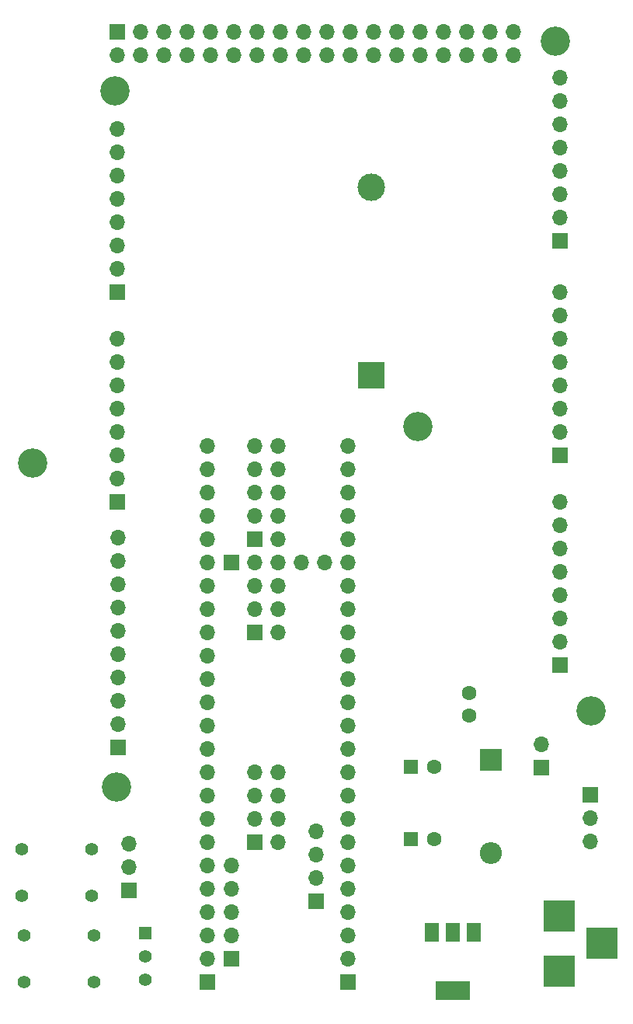
<source format=gbr>
G04 #@! TF.FileFunction,Soldermask,Top*
%FSLAX46Y46*%
G04 Gerber Fmt 4.6, Leading zero omitted, Abs format (unit mm)*
G04 Created by KiCad (PCBNEW 4.0.6) date 03/06/18 14:21:18*
%MOMM*%
%LPD*%
G01*
G04 APERTURE LIST*
%ADD10C,0.100000*%
%ADD11C,3.200000*%
%ADD12R,1.600000X1.600000*%
%ADD13C,1.600000*%
%ADD14R,3.500000X3.500000*%
%ADD15R,2.400000X2.400000*%
%ADD16O,2.400000X2.400000*%
%ADD17R,1.700000X1.700000*%
%ADD18O,1.700000X1.700000*%
%ADD19R,3.800000X2.000000*%
%ADD20R,1.500000X2.000000*%
%ADD21C,1.397000*%
%ADD22R,1.397000X1.397000*%
%ADD23C,3.000000*%
%ADD24R,3.000000X3.000000*%
G04 APERTURE END LIST*
D10*
D11*
X100000000Y-105000000D03*
X160900000Y-132000000D03*
X109200000Y-140300000D03*
X142000000Y-101000000D03*
X157000000Y-59000000D03*
D12*
X141259000Y-145948000D03*
D13*
X143759000Y-145948000D03*
X147569000Y-132486000D03*
X147569000Y-129986000D03*
D12*
X141259000Y-138074000D03*
D13*
X143759000Y-138074000D03*
D14*
X157400000Y-154300000D03*
X157400000Y-160300000D03*
X162100000Y-157300000D03*
D15*
X149961000Y-137344000D03*
D16*
X149961000Y-147504000D03*
D17*
X109220000Y-86360000D03*
D18*
X109220000Y-83820000D03*
X109220000Y-81280000D03*
X109220000Y-78740000D03*
X109220000Y-76200000D03*
X109220000Y-73660000D03*
X109220000Y-71120000D03*
X109220000Y-68580000D03*
D17*
X109220000Y-109220000D03*
D18*
X109220000Y-106680000D03*
X109220000Y-104140000D03*
X109220000Y-101600000D03*
X109220000Y-99060000D03*
X109220000Y-96520000D03*
X109220000Y-93980000D03*
X109220000Y-91440000D03*
D17*
X109301000Y-135926000D03*
D18*
X109301000Y-133386000D03*
X109301000Y-130846000D03*
X109301000Y-128306000D03*
X109301000Y-125766000D03*
X109301000Y-123226000D03*
X109301000Y-120686000D03*
X109301000Y-118146000D03*
X109301000Y-115606000D03*
X109301000Y-113066000D03*
D17*
X110490000Y-151540000D03*
D18*
X110490000Y-149000000D03*
X110490000Y-146460000D03*
D17*
X119100000Y-161480000D03*
D18*
X119100000Y-158940000D03*
X119100000Y-156400000D03*
X119100000Y-153860000D03*
X119100000Y-151320000D03*
X119100000Y-148780000D03*
X119100000Y-146240000D03*
X119100000Y-143700000D03*
X119100000Y-141160000D03*
X119100000Y-138620000D03*
X119100000Y-136080000D03*
X119100000Y-133540000D03*
X119100000Y-131000000D03*
X119100000Y-128460000D03*
X119100000Y-125920000D03*
X119100000Y-123380000D03*
X119100000Y-120840000D03*
X119100000Y-118300000D03*
X119100000Y-115760000D03*
X119100000Y-113220000D03*
X119100000Y-110680000D03*
X119100000Y-108140000D03*
X119100000Y-105600000D03*
X119100000Y-103060000D03*
D17*
X124206000Y-113284000D03*
D18*
X126746000Y-113284000D03*
X124206000Y-110744000D03*
X126746000Y-110744000D03*
X124206000Y-108204000D03*
X126746000Y-108204000D03*
X124206000Y-105664000D03*
X126746000Y-105664000D03*
X124206000Y-103124000D03*
X126746000Y-103124000D03*
D17*
X121700000Y-159004000D03*
D18*
X121700000Y-156464000D03*
X121700000Y-153924000D03*
X121700000Y-151384000D03*
X121700000Y-148844000D03*
D17*
X124206000Y-146304000D03*
D18*
X126746000Y-146304000D03*
X124206000Y-143764000D03*
X126746000Y-143764000D03*
X124206000Y-141224000D03*
X126746000Y-141224000D03*
X124206000Y-138684000D03*
X126746000Y-138684000D03*
D17*
X130937000Y-152718000D03*
D18*
X130937000Y-150178000D03*
X130937000Y-147638000D03*
X130937000Y-145098000D03*
D17*
X109220000Y-57960000D03*
D18*
X109220000Y-60500000D03*
X111760000Y-57960000D03*
X111760000Y-60500000D03*
X114300000Y-57960000D03*
X114300000Y-60500000D03*
X116840000Y-57960000D03*
X116840000Y-60500000D03*
X119380000Y-57960000D03*
X119380000Y-60500000D03*
X121920000Y-57960000D03*
X121920000Y-60500000D03*
X124460000Y-57960000D03*
X124460000Y-60500000D03*
X127000000Y-57960000D03*
X127000000Y-60500000D03*
X129540000Y-57960000D03*
X129540000Y-60500000D03*
X132080000Y-57960000D03*
X132080000Y-60500000D03*
X134620000Y-57960000D03*
X134620000Y-60500000D03*
X137160000Y-57960000D03*
X137160000Y-60500000D03*
X139700000Y-57960000D03*
X139700000Y-60500000D03*
X142240000Y-57960000D03*
X142240000Y-60500000D03*
X144780000Y-57960000D03*
X144780000Y-60500000D03*
X147320000Y-57960000D03*
X147320000Y-60500000D03*
X149860000Y-57960000D03*
X149860000Y-60500000D03*
X152400000Y-57960000D03*
X152400000Y-60500000D03*
D17*
X134366000Y-161544000D03*
D18*
X134366000Y-159004000D03*
X134366000Y-156464000D03*
X134366000Y-153924000D03*
X134366000Y-151384000D03*
X134366000Y-148844000D03*
X134366000Y-146304000D03*
X134366000Y-143764000D03*
X134366000Y-141224000D03*
X134366000Y-138684000D03*
X134366000Y-136144000D03*
X134366000Y-133604000D03*
X134366000Y-131064000D03*
X134366000Y-128524000D03*
X134366000Y-125984000D03*
X134366000Y-123444000D03*
X134366000Y-120904000D03*
X134366000Y-118364000D03*
X134366000Y-115824000D03*
X134366000Y-113284000D03*
X134366000Y-110744000D03*
X134366000Y-108204000D03*
X134366000Y-105664000D03*
X134366000Y-103124000D03*
D17*
X157480000Y-80772000D03*
D18*
X157480000Y-78232000D03*
X157480000Y-75692000D03*
X157480000Y-73152000D03*
X157480000Y-70612000D03*
X157480000Y-68072000D03*
X157480000Y-65532000D03*
X157480000Y-62992000D03*
D17*
X157480000Y-104140000D03*
D18*
X157480000Y-101600000D03*
X157480000Y-99060000D03*
X157480000Y-96520000D03*
X157480000Y-93980000D03*
X157480000Y-91440000D03*
X157480000Y-88900000D03*
X157480000Y-86360000D03*
D17*
X157480000Y-127000000D03*
D18*
X157480000Y-124460000D03*
X157480000Y-121920000D03*
X157480000Y-119380000D03*
X157480000Y-116840000D03*
X157480000Y-114300000D03*
X157480000Y-111760000D03*
X157480000Y-109220000D03*
D17*
X124206000Y-123444000D03*
D18*
X126746000Y-123444000D03*
X124206000Y-120904000D03*
X126746000Y-120904000D03*
X124206000Y-118364000D03*
X126746000Y-118364000D03*
D17*
X121666000Y-115824000D03*
D18*
X124206000Y-115824000D03*
X126746000Y-115824000D03*
X129286000Y-115824000D03*
X131826000Y-115824000D03*
D19*
X145796000Y-162433000D03*
D20*
X145796000Y-156133000D03*
X143496000Y-156133000D03*
X148096000Y-156133000D03*
D21*
X106680000Y-156464000D03*
X106680000Y-161544000D03*
X99060000Y-156464000D03*
X99060000Y-161544000D03*
X106426000Y-147066000D03*
X106426000Y-152146000D03*
X98806000Y-147066000D03*
X98806000Y-152146000D03*
D22*
X112268000Y-156210000D03*
D21*
X112268000Y-158750000D03*
X112268000Y-161290000D03*
D23*
X136900000Y-74910000D03*
D24*
X136900000Y-95400000D03*
D11*
X109000000Y-64400000D03*
D17*
X160800000Y-141100000D03*
D18*
X160800000Y-143640000D03*
X160800000Y-146180000D03*
D17*
X155448000Y-138176000D03*
D18*
X155448000Y-135636000D03*
M02*

</source>
